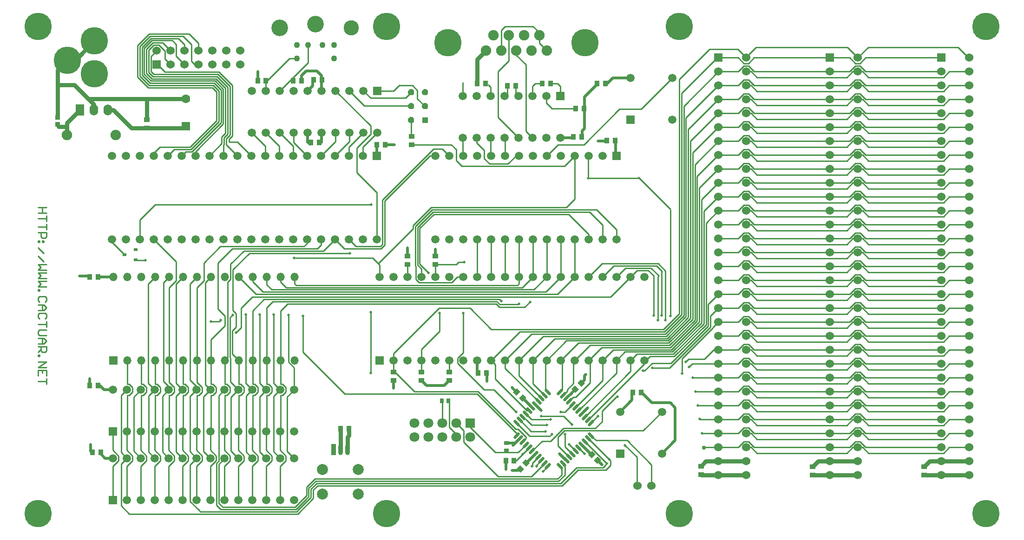
<source format=gtl>
G04 Layer_Physical_Order=1*
G04 Layer_Color=25308*
%FSAX24Y24*%
%MOIN*%
G70*
G01*
G75*
%ADD10R,0.0315X0.0374*%
%ADD11R,0.0374X0.0315*%
%ADD12R,0.0354X0.0335*%
%ADD13R,0.0350X0.0394*%
G04:AMPARAMS|DCode=14|XSize=39.4mil|YSize=35mil|CornerRadius=0mil|HoleSize=0mil|Usage=FLASHONLY|Rotation=225.000|XOffset=0mil|YOffset=0mil|HoleType=Round|Shape=Rectangle|*
%AMROTATEDRECTD14*
4,1,4,0.0015,0.0263,0.0263,0.0015,-0.0015,-0.0263,-0.0263,-0.0015,0.0015,0.0263,0.0*
%
%ADD14ROTATEDRECTD14*%

%ADD15R,0.0433X0.0354*%
%ADD16R,0.0354X0.0433*%
%ADD17R,0.0276X0.0236*%
G04:AMPARAMS|DCode=18|XSize=39.4mil|YSize=35mil|CornerRadius=0mil|HoleSize=0mil|Usage=FLASHONLY|Rotation=135.000|XOffset=0mil|YOffset=0mil|HoleType=Round|Shape=Rectangle|*
%AMROTATEDRECTD18*
4,1,4,0.0263,-0.0015,0.0015,-0.0263,-0.0263,0.0015,-0.0015,0.0263,0.0263,-0.0015,0.0*
%
%ADD18ROTATEDRECTD18*%

%ADD19R,0.0394X0.0350*%
G04:AMPARAMS|DCode=20|XSize=21.7mil|YSize=57.1mil|CornerRadius=0mil|HoleSize=0mil|Usage=FLASHONLY|Rotation=315.000|XOffset=0mil|YOffset=0mil|HoleType=Round|Shape=Round|*
%AMOVALD20*
21,1,0.0354,0.0217,0.0000,0.0000,45.0*
1,1,0.0217,-0.0125,-0.0125*
1,1,0.0217,0.0125,0.0125*
%
%ADD20OVALD20*%

G04:AMPARAMS|DCode=21|XSize=21.7mil|YSize=57.1mil|CornerRadius=0mil|HoleSize=0mil|Usage=FLASHONLY|Rotation=225.000|XOffset=0mil|YOffset=0mil|HoleType=Round|Shape=Round|*
%AMOVALD21*
21,1,0.0354,0.0217,0.0000,0.0000,315.0*
1,1,0.0217,-0.0125,0.0125*
1,1,0.0217,0.0125,-0.0125*
%
%ADD21OVALD21*%

%ADD22C,0.0100*%
%ADD23C,0.0200*%
%ADD24C,0.0300*%
%ADD25C,0.0600*%
%ADD26C,0.0433*%
%ADD27C,0.1191*%
%ADD28C,0.1190*%
%ADD29C,0.1091*%
%ADD30O,0.0600X0.0800*%
%ADD31R,0.0600X0.0800*%
%ADD32R,0.0591X0.0591*%
%ADD33C,0.0591*%
%ADD34R,0.0600X0.0600*%
%ADD35C,0.1969*%
%ADD36O,0.0344X0.0787*%
%ADD37R,0.0344X0.0787*%
%ADD38R,0.0433X0.0433*%
%ADD39P,0.0469X8X292.5*%
%ADD40C,0.0709*%
%ADD41R,0.0709X0.0709*%
%ADD42C,0.0787*%
%ADD43C,0.0748*%
%ADD44R,0.0600X0.0600*%
%ADD45C,0.0750*%
%ADD46R,0.0591X0.0591*%
%ADD47O,0.0591X0.0591*%
%ADD48C,0.0630*%
%ADD49R,0.0630X0.0630*%
%ADD50C,0.0200*%
%ADD51C,0.0300*%
D10*
X068954Y076100D02*
D03*
X069446D02*
D03*
D11*
X073600Y073066D02*
D03*
Y072534D02*
D03*
D12*
X041400Y096456D02*
D03*
Y095944D02*
D03*
D13*
X061700Y074100D02*
D03*
X062300D02*
D03*
X071550Y078100D02*
D03*
X072150D02*
D03*
X082650Y076700D02*
D03*
X083250D02*
D03*
X044300Y085000D02*
D03*
X043700D02*
D03*
X044300Y077200D02*
D03*
X043700D02*
D03*
X044500Y072400D02*
D03*
X043900D02*
D03*
X059750Y099150D02*
D03*
X060350D02*
D03*
X080800Y094800D02*
D03*
X081400D02*
D03*
X064900Y094500D02*
D03*
X064300D02*
D03*
X080100Y098900D02*
D03*
X080700D02*
D03*
X060150Y094650D02*
D03*
X059550D02*
D03*
X079000Y095050D02*
D03*
X078400D02*
D03*
X073670Y098710D02*
D03*
X074270D02*
D03*
X071500Y098900D02*
D03*
X072100D02*
D03*
X078567Y097095D02*
D03*
X079167D02*
D03*
X076167Y098895D02*
D03*
X076767D02*
D03*
D14*
X074762Y076288D02*
D03*
X074338Y076712D02*
D03*
X079718Y072232D02*
D03*
X080142Y071808D02*
D03*
D15*
X066500Y085905D02*
D03*
Y086495D02*
D03*
X069500Y078145D02*
D03*
Y077555D02*
D03*
X067500Y078145D02*
D03*
Y077555D02*
D03*
X065500Y078145D02*
D03*
Y077555D02*
D03*
X066800Y094505D02*
D03*
Y095095D02*
D03*
X068500Y085905D02*
D03*
Y086495D02*
D03*
D16*
X056345Y099100D02*
D03*
X055755D02*
D03*
X058305D02*
D03*
X058895D02*
D03*
X074145Y071800D02*
D03*
X073555D02*
D03*
D17*
X046206Y086600D02*
D03*
X046994Y086226D02*
D03*
Y086974D02*
D03*
D18*
X078538Y076938D02*
D03*
X078962Y077362D02*
D03*
X075012Y071612D02*
D03*
X074588Y071188D02*
D03*
D19*
X087550Y070800D02*
D03*
Y071400D02*
D03*
X095550Y070750D02*
D03*
Y071350D02*
D03*
X103550Y070750D02*
D03*
Y071350D02*
D03*
X047800Y096300D02*
D03*
Y095700D02*
D03*
D20*
X079673Y074495D02*
D03*
X079450Y074718D02*
D03*
X079227Y074941D02*
D03*
X079004Y075164D02*
D03*
X078782Y075386D02*
D03*
X078559Y075609D02*
D03*
X078336Y075832D02*
D03*
X078114Y076054D02*
D03*
X077891Y076277D02*
D03*
X077668Y076500D02*
D03*
X077445Y076723D02*
D03*
X074327Y073605D02*
D03*
X074550Y073382D02*
D03*
X074773Y073159D02*
D03*
X074996Y072936D02*
D03*
X075218Y072714D02*
D03*
X075441Y072491D02*
D03*
X075664Y072268D02*
D03*
X075886Y072046D02*
D03*
X076109Y071823D02*
D03*
X076332Y071600D02*
D03*
X076555Y071377D02*
D03*
D21*
Y076723D02*
D03*
X076332Y076500D02*
D03*
X076109Y076277D02*
D03*
X075886Y076054D02*
D03*
X075664Y075832D02*
D03*
X075441Y075609D02*
D03*
X075218Y075386D02*
D03*
X074996Y075164D02*
D03*
X074773Y074941D02*
D03*
X074550Y074718D02*
D03*
X074327Y074495D02*
D03*
X077445Y071377D02*
D03*
X077668Y071600D02*
D03*
X077891Y071823D02*
D03*
X078114Y072046D02*
D03*
X078336Y072268D02*
D03*
X078559Y072491D02*
D03*
X078782Y072714D02*
D03*
X079004Y072936D02*
D03*
X079227Y073159D02*
D03*
X079450Y073382D02*
D03*
X079673Y073605D02*
D03*
D22*
X087800Y079100D02*
X088450Y079750D01*
X086680Y079100D02*
X087800D01*
X086470Y078890D02*
X086680Y079100D01*
X086940Y078750D02*
X088800D01*
X086700Y078510D02*
X086940Y078750D01*
X086000Y082359D02*
Y099200D01*
X084881Y081240D02*
X086000Y082359D01*
X072510Y081240D02*
X084881D01*
X086160Y082292D02*
Y098186D01*
X084918Y081050D02*
X086160Y082292D01*
X086320Y082226D02*
Y097270D01*
X084984Y080890D02*
X086320Y082226D01*
X086480Y082160D02*
Y096430D01*
X085050Y080730D02*
X086480Y082160D01*
X086640Y082093D02*
Y095590D01*
X085117Y080570D02*
X086640Y082093D01*
X086800Y082027D02*
Y094750D01*
X085183Y080410D02*
X086800Y082027D01*
X086960Y081961D02*
Y093910D01*
X085249Y080250D02*
X086960Y081961D01*
X087120Y081895D02*
Y093070D01*
X085315Y080090D02*
X087120Y081895D01*
X087280Y081828D02*
Y092230D01*
X085382Y079930D02*
X087280Y081828D01*
X087440Y081762D02*
Y091390D01*
X085448Y079770D02*
X087440Y081762D01*
X087600Y081696D02*
Y090550D01*
X085514Y079610D02*
X087600Y081696D01*
X087760Y081630D02*
Y089710D01*
X085580Y079450D02*
X087760Y081630D01*
X087920Y081563D02*
Y088870D01*
X085647Y079290D02*
X087920Y081563D01*
X076150Y073200D02*
X076774D01*
X076100Y075000D02*
X077700D01*
X078300Y074400D01*
X077800Y072805D02*
Y073700D01*
Y072805D02*
X078336Y072268D01*
X077684Y074110D02*
X079960D01*
X076774Y073200D02*
X077684Y074110D01*
X077750Y073950D02*
X083400D01*
X077300Y073500D02*
X077750Y073950D01*
X077300Y072859D02*
Y073500D01*
Y072859D02*
X078114Y072046D01*
X079450Y074718D02*
X083500Y078768D01*
X079227Y074941D02*
X082500Y078214D01*
X078782Y075386D02*
X081500Y078105D01*
X075441Y072491D02*
X076150Y073200D01*
X072700Y076900D02*
X074300Y075300D01*
X074441Y074050D02*
X075000Y073491D01*
X074276Y074050D02*
X074441D01*
X071566Y076760D02*
X074276Y074050D01*
X071500Y076600D02*
X074411Y073689D01*
X074327Y074495D02*
X075273Y073550D01*
X074550Y074718D02*
X075368Y073900D01*
X075400Y074350D02*
X076500D01*
X075000Y074750D02*
X075400Y074350D01*
X072800Y077668D02*
X074961Y075507D01*
X075368Y073900D02*
X076400D01*
X075409Y074750D02*
X076750D01*
X074996Y075164D02*
X075409Y074750D01*
X072000Y076900D02*
X072700D01*
X070095Y078805D02*
X072000Y076900D01*
X070095Y078805D02*
Y079168D01*
X070500Y079573D01*
Y082400D01*
X058514Y084400D02*
X074388D01*
X057788Y084240D02*
X074740D01*
X056767Y084080D02*
X075580D01*
X056139Y083920D02*
X076420D01*
X055643Y083760D02*
X077260D01*
X055363Y083563D02*
X081063D01*
X056215Y083380D02*
X073116D01*
X056842Y083220D02*
X072908D01*
X057900Y083050D02*
X072852D01*
X071000Y082750D02*
X072510Y081240D01*
X068750Y082750D02*
X071000D01*
X068800Y081100D02*
Y082400D01*
X065500Y079500D02*
X068750Y082750D01*
X067500Y079800D02*
X068800Y081100D01*
X065500Y079000D02*
Y079500D01*
X073500Y078441D02*
X075886Y076054D01*
X073500Y078441D02*
Y079000D01*
X072800Y077668D02*
Y078700D01*
X075500Y077332D02*
Y079000D01*
Y077332D02*
X076332Y076500D01*
X082250Y073250D02*
X084000Y071500D01*
Y070000D02*
Y071500D01*
X082950Y070300D02*
X083000Y070000D01*
X082950Y070300D02*
Y072050D01*
X082100Y072900D02*
X082950Y072050D01*
X080027Y073250D02*
X082250D01*
X078730Y071130D02*
X080730D01*
X081060Y071460D02*
Y071790D01*
X080730Y071130D02*
X081060Y071460D01*
X080660Y071413D02*
Y071436D01*
X080537Y071290D02*
X080660Y071413D01*
X080514Y071290D02*
X080537D01*
X078640D02*
X080514D01*
X077600Y070000D02*
X078730Y071130D01*
X060050Y070000D02*
X077600D01*
X080660Y071436D02*
X080800Y071576D01*
X077510Y070160D02*
X078640Y071290D01*
X059984Y070160D02*
X077510D01*
X080800Y071576D02*
Y071586D01*
X079227Y073159D02*
X080800Y071586D01*
X078782Y072714D02*
X079195Y072300D01*
X080955Y071895D02*
X081060Y071790D01*
X079673Y073605D02*
X080027Y073250D01*
X079468Y073382D02*
X080955Y071895D01*
X079450Y073382D02*
X079468D01*
X079468Y073382D02*
X079468Y073382D01*
X085286Y078450D02*
X088240Y081404D01*
X083970Y085630D02*
X084520Y085080D01*
X084050Y078450D02*
X085286D01*
X084450Y081900D02*
Y085010D01*
X084520Y085080D01*
X085350Y082200D02*
Y089800D01*
X070000Y073500D02*
Y073700D01*
X069500Y074200D02*
X070000Y073700D01*
X069500Y074200D02*
Y076046D01*
X069446Y076100D02*
X069500Y076046D01*
X069000Y074500D02*
Y076054D01*
X066990Y076760D02*
X071566D01*
X074327Y073605D02*
X074411Y073689D01*
X062000Y076600D02*
X071500D01*
X065605Y078145D02*
X066990Y076760D01*
X059000Y079600D02*
X062000Y076600D01*
X070536Y073114D02*
Y073964D01*
X070000Y074500D02*
X070536Y073964D01*
X069000Y074500D02*
X069100D01*
X062341Y098361D02*
X063400Y097302D01*
X066698D01*
X066350Y097850D02*
X066750Y098250D01*
X063852Y097850D02*
X066350D01*
X067200Y097800D02*
X067750Y097250D01*
X067200Y097800D02*
Y098400D01*
X066850Y098750D02*
X067200Y098400D01*
X065900Y098750D02*
X066850D01*
X065511Y098361D02*
X065900Y098750D01*
X069645Y094505D02*
X070000Y094150D01*
X066800Y094505D02*
X069645D01*
X066750Y095145D02*
X066800Y095095D01*
X066750Y095145D02*
Y096250D01*
X059000Y079600D02*
Y082200D01*
X084740Y082220D02*
Y085390D01*
X084160Y082220D02*
Y085090D01*
X085010Y081970D02*
Y085440D01*
X083780Y085470D02*
X084160Y085090D01*
X084740Y085390D02*
X084750Y085400D01*
X084360Y085790D02*
X084750Y085400D01*
X084500Y085950D02*
X085010Y085440D01*
X085350Y089800D02*
X085350Y089800D01*
X090200Y101350D02*
X090800Y100750D01*
X088150Y101350D02*
X090200D01*
X071000Y074200D02*
X072810Y072390D01*
X074449D01*
X059250Y069879D02*
X059851Y070480D01*
X059410Y069813D02*
X059917Y070320D01*
X059410Y069213D02*
Y069813D01*
X059194Y068997D02*
X059410Y069213D01*
X059194Y068997D02*
X059194D01*
X058490Y068293D02*
Y068293D01*
X058487Y068290D02*
X058490Y068293D01*
X053110Y068290D02*
X058487D01*
X058490Y068293D02*
X059194Y068997D01*
X058421Y068450D02*
X059250Y069279D01*
X053250Y068450D02*
X058421D01*
X059250Y069279D02*
Y069879D01*
X052805Y068595D02*
X053110Y068290D01*
X052965Y068735D02*
X053250Y068450D01*
X053370Y071947D02*
Y071972D01*
X052965Y071541D02*
X053370Y071947D01*
X052965Y068735D02*
Y071541D01*
X052805Y068595D02*
Y071608D01*
X052775Y071805D02*
Y072140D01*
X052370Y071399D02*
X052775Y071805D01*
X052805Y071608D02*
X052950Y071753D01*
Y076474D01*
X053370Y068972D02*
Y071399D01*
X052950Y076474D02*
X053370Y076894D01*
X077789Y070763D02*
Y071343D01*
X077550Y070750D02*
Y071273D01*
X077445Y071377D02*
X077550Y071273D01*
X077668Y071463D02*
X077789Y071343D01*
X054370Y071399D02*
X054775Y071805D01*
X054370Y068972D02*
Y071399D01*
X053775Y071805D02*
Y072140D01*
X053370Y071399D02*
X053775Y071805D01*
X056890Y072453D02*
Y076413D01*
Y072453D02*
X057370Y071972D01*
X055906Y072437D02*
Y076378D01*
Y072437D02*
X056370Y071972D01*
X054775Y071805D02*
Y072140D01*
X054921Y072421D02*
Y076445D01*
Y072421D02*
X055370Y071972D01*
X052370Y068972D02*
Y071399D01*
X077668Y071463D02*
Y071600D01*
X064300Y094535D02*
X064315Y094550D01*
X071500Y079000D02*
X071515Y078985D01*
X044185Y085050D02*
X044237Y084997D01*
X072467Y093733D02*
Y094995D01*
Y093733D02*
X072500Y093700D01*
X070467Y093733D02*
Y094995D01*
Y093733D02*
X070500Y093700D01*
X074300D02*
X074500D01*
X073710Y093110D02*
X074300Y093700D01*
X072390Y093110D02*
X073710D01*
X072000Y093500D02*
X072390Y093110D01*
X072000Y093500D02*
Y094100D01*
X071467Y094633D02*
X072000Y094100D01*
X071467Y094633D02*
Y094995D01*
X073467D02*
X073500Y094962D01*
Y093700D02*
Y094962D01*
X077805Y075300D02*
X078336Y075832D01*
X077500Y075300D02*
X077805D01*
X079673Y074523D02*
X080150Y075000D01*
X079673Y074495D02*
Y074523D01*
X074449Y072390D02*
X074996Y072936D01*
X066500Y085000D02*
Y085755D01*
X058300Y087700D02*
Y087900D01*
X058360Y086350D02*
X064000D01*
X064500Y085000D02*
Y085850D01*
X064000Y086350D02*
X064400Y085950D01*
X066900Y088450D01*
Y088700D01*
X068200Y090000D01*
X077900D01*
X078500Y090600D01*
Y093600D01*
X078100Y072950D02*
X078559Y072491D01*
X061200Y072472D02*
Y072600D01*
X077750Y092950D02*
X078500Y093700D01*
X070400Y092950D02*
X077750D01*
X070000Y093350D02*
X070400Y092950D01*
X070000Y093350D02*
Y094150D01*
X081500Y087600D02*
Y087700D01*
Y088400D01*
X080080Y089820D02*
X081500Y088400D01*
X068267Y089820D02*
X080080D01*
X067060Y088613D02*
X068267Y089820D01*
X067060Y085787D02*
Y088613D01*
Y085787D02*
X067100Y085747D01*
Y085178D02*
Y085747D01*
X067095Y085173D02*
X067100Y085178D01*
X067095Y084832D02*
Y085173D01*
Y084832D02*
X067332Y084595D01*
X069668D01*
X070073Y085000D01*
X070500D01*
X083400Y073950D02*
X084750Y075300D01*
X080500Y087600D02*
Y087700D01*
Y088726D01*
X079566Y089660D02*
X080500Y088726D01*
X068334Y089660D02*
X079566D01*
X067220Y088546D02*
X068334Y089660D01*
X067220Y085854D02*
Y088546D01*
Y085854D02*
X067500Y085574D01*
Y085000D02*
Y085574D01*
X084750Y075300D02*
X084850Y075400D01*
X056300Y093700D02*
Y094402D01*
X055341Y095361D02*
X056300Y094402D01*
X057300Y093700D02*
Y094402D01*
X056341Y095361D02*
X057300Y094402D01*
X058300Y093700D02*
Y094402D01*
X057341Y095361D02*
X058300Y094402D01*
X058341Y094659D02*
X059300Y093700D01*
X058341Y094659D02*
Y095361D01*
X061341Y094741D02*
Y095361D01*
X060300Y093700D02*
X061341Y094741D01*
X062341D02*
Y095361D01*
X061300Y093700D02*
X062341Y094741D01*
X062300Y094320D02*
X063341Y095361D01*
X062300Y093700D02*
Y094320D01*
X063300D02*
X064341Y095361D01*
X063300Y093700D02*
Y094320D01*
X061341Y098361D02*
X063850Y095852D01*
Y095250D02*
Y095852D01*
X062850Y094250D02*
X063850Y095250D01*
X062850Y092500D02*
Y094250D01*
Y092500D02*
X064300Y091050D01*
Y087700D02*
Y091050D01*
X045300Y087506D02*
Y087700D01*
Y087506D02*
X046206Y086600D01*
X077467Y097995D02*
Y098695D01*
X077267Y098895D02*
X077467Y098695D01*
X076802Y098895D02*
X077267D01*
X075667D02*
X076132D01*
X075467Y098695D02*
X075667Y098895D01*
X075467Y097995D02*
Y098695D01*
X076867Y097095D02*
X078532D01*
X076467Y097495D02*
X076867Y097095D01*
X076467Y097495D02*
Y097995D01*
X069500Y078300D02*
Y079000D01*
X059378Y100398D02*
Y101674D01*
X064341Y098361D02*
X065511D01*
X063341D02*
X063852Y097850D01*
X058039Y100689D02*
X058561D01*
X056341Y098361D02*
Y098991D01*
X047020Y086200D02*
X047700D01*
X046994Y086226D02*
X047020Y086200D01*
X079500Y087700D02*
Y088050D01*
X078050Y089500D02*
X079500Y088050D01*
X068400Y089500D02*
X078050D01*
X067380Y088480D02*
X068400Y089500D01*
X067380Y085920D02*
Y088480D01*
Y085920D02*
X068000Y085300D01*
X067500Y079000D02*
Y079800D01*
Y078145D02*
Y079000D01*
X047300Y087700D02*
Y089100D01*
X048400Y090200D02*
X063900D01*
X079450Y092100D02*
X083050D01*
Y092150D02*
X085350Y089850D01*
X047300Y089100D02*
X048400Y090200D01*
X079450Y092100D02*
Y093450D01*
X079960Y074110D02*
X080450Y074600D01*
Y075350D01*
X081550Y076450D01*
X077260Y083760D02*
X078500Y085000D01*
X054406Y084997D02*
X055643Y083760D01*
X078500Y085000D02*
Y087600D01*
X053780Y082080D02*
X053950Y082250D01*
X053780Y079196D02*
Y082080D01*
Y079196D02*
X053811Y079165D01*
Y078829D02*
Y079165D01*
X053800Y078819D02*
X053811Y078829D01*
X053800Y077464D02*
Y078819D01*
Y077464D02*
X054370Y076894D01*
X053839Y072504D02*
X054370Y071972D01*
X053839Y072504D02*
Y076362D01*
X054370Y076894D01*
X077500Y085000D02*
Y087600D01*
X076420Y083920D02*
X077500Y085000D01*
X055406Y084654D02*
X056139Y083920D01*
X055406Y084654D02*
Y084997D01*
X054921Y076445D02*
X055370Y076894D01*
X054900Y077364D02*
Y082300D01*
Y077364D02*
X055370Y076894D01*
X076500Y085000D02*
Y087600D01*
X075580Y084080D02*
X076500Y085000D01*
X056406Y084441D02*
X056767Y084080D01*
X056406Y084441D02*
Y084997D01*
X055900Y077364D02*
Y082300D01*
Y077364D02*
X056370Y076894D01*
X055906Y076378D02*
X056370Y076843D01*
Y076894D01*
X075500Y085000D02*
Y087600D01*
X074740Y084240D02*
X075500Y085000D01*
X057406Y084622D02*
X057788Y084240D01*
X057406Y084622D02*
Y084997D01*
X056900Y077364D02*
Y082300D01*
Y077364D02*
X057370Y076894D01*
X056890Y076413D02*
X057370Y076894D01*
X074500Y085000D02*
Y087600D01*
Y084512D02*
Y085000D01*
X074388Y084400D02*
X074500Y084512D01*
X058406Y084508D02*
X058514Y084400D01*
X058406Y084508D02*
Y084997D01*
X057950Y078880D02*
Y082250D01*
Y078880D02*
X058370Y078460D01*
X057874Y076378D02*
X058370Y076874D01*
X057874Y072469D02*
Y076378D01*
Y072469D02*
X058370Y071972D01*
X073500Y085000D02*
Y087600D01*
X072500Y085000D02*
Y087600D01*
X071500Y085000D02*
Y087600D01*
X083250Y097050D02*
X085500Y099300D01*
X081700Y097050D02*
X083250D01*
X079150Y094500D02*
X081700Y097050D01*
X077300Y094500D02*
X079150D01*
X076500Y093700D02*
X077300Y094500D01*
X049000Y084592D02*
X049406Y084997D01*
X049000Y077500D02*
Y084592D01*
Y077500D02*
X049370Y077130D01*
Y076894D02*
Y077130D01*
X048917Y076441D02*
X049370Y076894D01*
X048917Y072425D02*
Y076441D01*
Y072425D02*
X049370Y071972D01*
X047900Y084492D02*
X048406Y084997D01*
X047900Y077364D02*
Y084492D01*
Y077364D02*
X048370Y076894D01*
X047933Y076457D02*
X048370Y076894D01*
X047933Y072409D02*
Y076457D01*
Y072409D02*
X048370Y071972D01*
X047406Y077299D02*
Y078997D01*
Y077299D02*
X047538D01*
X047775Y077062D01*
Y076726D02*
Y077062D01*
X047538Y076488D02*
X047775Y076726D01*
X047406Y076488D02*
X047538D01*
X047406Y073929D02*
Y076488D01*
X047370Y073894D02*
X047406Y073929D01*
X047370Y072546D02*
Y073894D01*
Y072546D02*
X047775Y072140D01*
Y071805D02*
Y072140D01*
X047370Y071399D02*
X047775Y071805D01*
X047370Y068972D02*
Y071399D01*
X048406Y077299D02*
Y078997D01*
Y077299D02*
X048538D01*
X048775Y077062D01*
Y076726D02*
Y077062D01*
X048538Y076488D02*
X048775Y076726D01*
X048406Y076488D02*
X048538D01*
X048406Y073929D02*
Y076488D01*
X048370Y073894D02*
X048406Y073929D01*
X048370Y072546D02*
Y073894D01*
Y072546D02*
X048775Y072140D01*
Y071805D02*
Y072140D01*
X048370Y071399D02*
X048775Y071805D01*
X048370Y068972D02*
Y071399D01*
X049370Y068972D02*
Y071399D01*
X049775Y071805D01*
Y072140D01*
X049370Y072546D02*
X049775Y072140D01*
X049370Y072546D02*
Y073894D01*
X049406Y076488D02*
X049538D01*
X049775Y076726D01*
Y077062D01*
X049406Y077431D02*
X049775Y077062D01*
X048300Y087700D02*
X049900Y086100D01*
X050370Y068972D02*
Y071399D01*
X050775Y071805D01*
Y072140D01*
X050370Y072546D02*
X050775Y072140D01*
X050370Y072546D02*
Y073894D01*
X050406Y076488D02*
X050538D01*
X050775Y076726D01*
Y077062D01*
X050538Y077299D02*
X050775Y077062D01*
X050406Y077299D02*
X050538D01*
X050406D02*
Y078997D01*
X051370Y068972D02*
Y071399D01*
X051775Y071805D01*
Y072140D01*
X051370Y072546D02*
X051775Y072140D01*
X051370Y072546D02*
Y073894D01*
X051406Y076488D02*
X051538D01*
X051775Y076726D01*
Y077062D01*
X051406Y077431D02*
X051775Y077062D01*
X059300Y087400D02*
Y087700D01*
X059080Y087180D02*
X059300Y087400D01*
X053080Y087180D02*
X059080D01*
X051900Y086000D02*
X053080Y087180D01*
X052370Y072546D02*
Y073894D01*
Y072546D02*
X052775Y072140D01*
X052406Y076488D02*
X052538D01*
X052775Y076726D01*
Y077062D01*
X052538Y077299D02*
X052775Y077062D01*
X052406Y077299D02*
X052538D01*
X060300Y087300D02*
Y087700D01*
X060020Y087020D02*
X060300Y087300D01*
X053920Y087020D02*
X060020D01*
X052900Y086000D02*
X053920Y087020D01*
X052900Y082700D02*
Y086000D01*
Y082700D02*
X053400Y082200D01*
Y081500D02*
Y082200D01*
X052406Y080506D02*
X053400Y081500D01*
X052406Y077299D02*
Y080506D01*
X079500Y085000D02*
X080450Y085950D01*
X084500D01*
X075273Y073550D02*
X076700D01*
X076850Y073700D01*
X080500Y085000D02*
X081290Y085790D01*
X084360D01*
X046850Y076374D02*
X047370Y076894D01*
X046850Y072492D02*
Y076374D01*
Y072492D02*
X047370Y071972D01*
X081500Y085000D02*
X082130Y085630D01*
X083970D01*
X045370Y072546D02*
Y073894D01*
Y072546D02*
X045775Y072140D01*
Y071805D02*
Y072140D01*
X045370Y071399D02*
X045775Y071805D01*
X045370Y068972D02*
Y071399D01*
X082500Y085000D02*
X082970Y085470D01*
X083780D01*
X081063Y083563D02*
X082500Y085000D01*
X054550Y082750D02*
X055363Y083563D01*
X054550Y081350D02*
Y082750D01*
X054200Y081000D02*
X054550Y081350D01*
X046406Y077299D02*
Y078997D01*
Y077299D02*
X046538D01*
X046775Y077062D01*
Y076726D02*
Y077062D01*
X046538Y076488D02*
X046775Y076726D01*
X046406Y076488D02*
X046538D01*
X046406Y073929D02*
Y076488D01*
X046370Y073894D02*
X046406Y073929D01*
X046370Y072546D02*
Y073894D01*
Y072546D02*
X046775Y072140D01*
Y071805D02*
Y072140D01*
X046370Y071399D02*
X046775Y071805D01*
X046370Y068972D02*
Y071399D01*
X053000Y081800D02*
X053100Y081900D01*
X052400Y081800D02*
X053000D01*
X049900Y077364D02*
X050370Y076894D01*
X049902Y072441D02*
X050370Y071972D01*
X049902Y072441D02*
Y076425D01*
X050370Y076894D01*
X052000Y077264D02*
X052370Y076894D01*
X051870Y076394D02*
X052370Y076894D01*
X051870Y072472D02*
Y076394D01*
Y072472D02*
X052370Y071972D01*
X068100Y093700D02*
X068500D01*
X064850Y090450D02*
X068100Y093700D01*
X064850Y087949D02*
Y090450D01*
Y087949D02*
X064865Y087934D01*
Y087289D02*
Y087934D01*
X064616Y087040D02*
X064865Y087289D01*
X061960Y087040D02*
X064616D01*
X061300Y087700D02*
X061960Y087040D01*
X060460Y086860D02*
X061300Y087700D01*
X054760Y086860D02*
X060460D01*
X053811Y085911D02*
X054760Y086860D01*
X053811Y084829D02*
Y085911D01*
X053600Y084619D02*
X053811Y084829D01*
X053600Y079192D02*
Y084619D01*
X053406Y078997D02*
X053600Y079192D01*
X053406Y077299D02*
Y078997D01*
Y077299D02*
X053538D01*
X053775Y077062D01*
Y076726D02*
Y077062D01*
X053538Y076488D02*
X053775Y076726D01*
X053406Y076488D02*
X053538D01*
X053370Y072546D02*
Y073894D01*
Y072546D02*
X053775Y072140D01*
X054406Y077299D02*
Y078997D01*
Y077299D02*
X054538D01*
X054775Y077062D01*
Y076726D02*
Y077062D01*
X054538Y076488D02*
X054775Y076726D01*
X054406Y076488D02*
X054538D01*
X053940Y079463D02*
X054406Y078997D01*
X053940Y079463D02*
Y081108D01*
X054210Y081378D01*
Y082358D01*
X053971Y082597D02*
X054210Y082358D01*
X053971Y082597D02*
Y085521D01*
X055150Y086700D01*
X062350D01*
X069000Y094200D02*
X069500Y093700D01*
X068350Y094200D02*
X069000D01*
X064690Y090540D02*
X068350Y094200D01*
X064690Y087883D02*
Y090540D01*
Y087883D02*
X064705Y087868D01*
Y087355D02*
Y087868D01*
X064550Y087200D02*
X064705Y087355D01*
X062800Y087200D02*
X064550D01*
X062300Y087700D02*
X062800Y087200D01*
X054370Y072546D02*
X054775Y072140D01*
X054370Y072546D02*
Y073894D01*
X059341Y094674D02*
X059515Y094500D01*
X064400Y085950D02*
X064500Y085850D01*
X057341Y098361D02*
X058192Y099212D01*
X059378Y100398D01*
X056341Y098991D02*
X058039Y100689D01*
X079350Y093550D02*
X079450Y093450D01*
X065500Y078145D02*
X065550D01*
X065605D01*
X065500Y078195D02*
Y079000D01*
X074773Y073159D02*
X075000Y073386D01*
Y073491D01*
X065500Y078195D02*
X065550Y078145D01*
X063850Y078100D02*
Y082450D01*
X074270Y098192D02*
X074467Y097995D01*
X074270Y098192D02*
Y098710D01*
X073467Y097995D02*
X073670Y098198D01*
Y098710D01*
X088800Y086750D02*
X090220D01*
X090630Y087160D01*
X088800Y085750D02*
X090220D01*
X090630Y086160D01*
X088800Y084750D02*
X090220D01*
X090630Y085160D01*
X088800Y083750D02*
X090220D01*
X090630Y084160D01*
X088800Y082750D02*
X090220D01*
X090630Y083160D01*
X088800Y081750D02*
X090220D01*
X090630Y082160D01*
X088800Y080750D02*
X090220D01*
X090630Y081160D01*
X088800Y079750D02*
X090220D01*
X090630Y080160D01*
X088800Y078750D02*
X090220D01*
X090630Y079160D01*
X088800Y077750D02*
X090220D01*
X090630Y078160D01*
X088800Y076750D02*
X090220D01*
X090630Y077160D01*
X088800Y075750D02*
X090220D01*
X090630Y076160D01*
X088800Y074750D02*
X090220D01*
X090630Y075160D01*
X088800Y073750D02*
X090220D01*
X090630Y074160D01*
X088800Y072750D02*
X090220D01*
X090630Y073160D01*
X088800Y087750D02*
X090220D01*
X090630Y088160D01*
X088800Y088750D02*
X090220D01*
X090630Y089160D01*
X088800Y089750D02*
X090220D01*
X090630Y090160D01*
X088800Y090750D02*
X090220D01*
X090630Y091160D01*
X088800Y091750D02*
X090220D01*
X090630Y092160D01*
X088800Y092750D02*
X090220D01*
X090630Y093160D01*
X088800Y093750D02*
X090220D01*
X090630Y094160D01*
X088800Y094750D02*
X090220D01*
X090630Y095160D01*
X088800Y096750D02*
X090220D01*
X090630Y097160D01*
X088800Y097750D02*
X090220D01*
X090630Y098160D01*
X088800Y099750D02*
X090220D01*
X090630Y100160D01*
X088800Y100750D02*
X090220D01*
X090630Y100340D01*
X098220Y086750D02*
X098630Y087160D01*
X098220Y085750D02*
X098630Y086160D01*
X096800Y084750D02*
X098220D01*
X098630Y085160D01*
X096800Y083750D02*
X098220D01*
X098630Y084160D01*
X096800Y082750D02*
X098220D01*
X098630Y083160D01*
X096800Y081750D02*
X098220D01*
X098630Y082160D01*
X096800Y080750D02*
X098220D01*
X098630Y081160D01*
X096800Y079750D02*
X098220D01*
X098630Y080160D01*
X096800Y078750D02*
X098220D01*
X098630Y079160D01*
X098220Y077750D02*
X098630Y078160D01*
X096800Y076750D02*
X098220D01*
X098630Y077160D01*
X098220Y075750D02*
X098630Y076160D01*
X098220Y074750D02*
X098630Y075160D01*
X098220Y073750D02*
X098630Y074160D01*
X096800Y072750D02*
X098220D01*
X098630Y073160D01*
X096800Y087750D02*
X098220D01*
X098630Y088160D01*
X096800Y088750D02*
X098220D01*
X098630Y089160D01*
X096800Y089750D02*
X098220D01*
X098630Y090160D01*
X096800Y090750D02*
X098220D01*
X098630Y091160D01*
X096800Y091750D02*
X098220D01*
X098630Y092160D01*
X096800Y092750D02*
X098220D01*
X098630Y093160D01*
X096800Y093750D02*
X098220D01*
X098630Y094160D01*
X096800Y094750D02*
X098220D01*
X098630Y095160D01*
X096800Y095750D02*
X098220D01*
X098630Y096160D01*
X096800Y096750D02*
X098220D01*
X098630Y097160D01*
X096800Y097750D02*
X098220D01*
X098630Y098160D01*
X096800Y098750D02*
X098220D01*
X098630Y099160D01*
X096800Y099750D02*
X098220D01*
X098630Y100160D01*
X083400Y078250D02*
X083500D01*
X084050Y078800D01*
X085409D01*
X088240Y082190D02*
X088800Y082750D01*
X068500Y085000D02*
Y085805D01*
Y085905D02*
X070005D01*
X070150Y086050D02*
X070550D01*
X070005Y085905D02*
X070150Y086050D01*
X055370Y068972D02*
Y071399D01*
Y072546D02*
Y073894D01*
X055406Y076488D02*
X055538D01*
X055370Y071399D02*
X055775Y071805D01*
Y072140D01*
X055370Y072546D02*
X055775Y072140D01*
X055538Y076488D02*
X055775Y076726D01*
Y077062D01*
X055406Y077299D02*
X055538D01*
X055775Y077062D01*
X055406Y077299D02*
Y082571D01*
X056215Y083380D01*
X088450Y079750D02*
X088800D01*
X073116Y083380D02*
X073228Y083268D01*
X056370Y068972D02*
Y071399D01*
Y072546D02*
Y073894D01*
X056406Y076488D02*
X056538D01*
X056370Y071399D02*
X056775Y071805D01*
Y072140D01*
X056370Y072546D02*
X056775Y072140D01*
X056538Y076488D02*
X056775Y076726D01*
Y077062D01*
X056406Y077299D02*
Y082783D01*
Y077299D02*
X056538D01*
X056775Y077062D01*
X056406Y082783D02*
X056842Y083220D01*
X072908D02*
X073121Y083008D01*
X074445D01*
X074508Y083071D01*
X057370Y068972D02*
Y071399D01*
Y072546D02*
Y073894D01*
X057406Y076488D02*
X057538D01*
X057370Y071399D02*
X057775Y071805D01*
Y072140D01*
X057370Y072546D02*
X057775Y072140D01*
X057538Y076488D02*
X057775Y076726D01*
Y077062D01*
X057538Y077299D02*
X057775Y077062D01*
X057406Y077299D02*
Y082556D01*
Y077299D02*
X057538D01*
X073091Y082811D02*
X074911D01*
X057406Y082556D02*
X057900Y083050D01*
X072852D02*
X073091Y082811D01*
X086950Y077750D02*
X088800D01*
X074911Y082811D02*
X075300Y083200D01*
X087150Y076750D02*
X088800D01*
X087340Y075750D02*
X088800D01*
X087510Y074750D02*
X088800D01*
X087650Y073750D02*
X088800D01*
X087850Y072750D02*
X088800D01*
X083600Y079000D02*
X083890Y079290D01*
X083500Y079000D02*
X083600D01*
X083890Y079290D02*
X085647D01*
X082500Y078214D02*
Y079000D01*
X082950Y079450D01*
X085580D01*
X081500Y078105D02*
Y079000D01*
X082110Y079610D01*
X085514D01*
X078559Y075609D02*
X080500Y077550D01*
Y079000D01*
X081270Y079770D01*
X085448D01*
X078114Y076054D02*
X078409Y076350D01*
X078550D01*
X079600Y077400D01*
Y078900D01*
X079500Y079000D02*
X079600Y078900D01*
X079500Y079000D02*
X080430Y079930D01*
X085382D01*
X077668Y076500D02*
X077950Y076782D01*
Y076900D01*
X078400Y077350D01*
Y078900D01*
X078500Y079000D01*
X079590Y080090D01*
X085315D01*
X077445Y076723D02*
X077600Y076877D01*
Y078900D01*
X077500Y079000D02*
X077600Y078900D01*
X077500Y079000D02*
X078750Y080250D01*
X085249D01*
X076400Y076877D02*
X076555Y076723D01*
X076400Y076877D02*
Y078900D01*
X076500Y079000D01*
X077910Y080410D01*
X085183D01*
X075500Y079000D02*
X077070Y080570D01*
X085117D01*
X074500Y077886D02*
Y079000D01*
Y077886D02*
X076109Y076277D01*
X074500Y079000D02*
X076230Y080730D01*
X085050D01*
X073500Y079000D02*
X075390Y080890D01*
X084984D01*
X072500Y079000D02*
X072800Y078700D01*
X072500Y079000D02*
X074550Y081050D01*
X084918D01*
X075082Y075386D02*
X075218D01*
X074961Y075507D02*
X075082Y075386D01*
X088724Y100750D02*
X088800D01*
X096800Y086750D02*
X098220D01*
X104800D02*
X105000D01*
X096800Y085750D02*
X098220D01*
X055406Y073800D02*
Y076488D01*
X056406Y073800D02*
Y076488D01*
X096800Y077750D02*
X098220D01*
X057406Y073800D02*
Y076488D01*
X058370Y076874D02*
Y078460D01*
X096800Y075750D02*
X098220D01*
X096800Y074750D02*
X098220D01*
X096800Y073750D02*
X098220D01*
X049406Y073800D02*
Y076488D01*
X050406Y073800D02*
Y076488D01*
X051406Y073800D02*
Y076488D01*
X052406Y073800D02*
Y076488D01*
X053406Y073800D02*
Y076488D01*
X054406Y073800D02*
Y076488D01*
X090630Y100160D02*
X090970D01*
X091380Y099750D01*
X096800D01*
X090630Y097160D02*
X090970D01*
X091380Y096750D01*
X096800D01*
X090630Y096160D02*
X090970D01*
X091380Y095750D01*
X096800D01*
X090630Y095160D02*
X090970D01*
X091380Y094750D01*
X096800D01*
X090630Y094160D02*
X090970D01*
X091380Y093750D01*
X096800D01*
X090630Y093160D02*
X090970D01*
X091380Y092750D01*
X096800D01*
X090630Y092160D02*
X090970D01*
X091380Y091750D01*
X096800D01*
X090630Y091160D02*
X090970D01*
X091380Y090750D01*
X096800D01*
X090630Y090160D02*
X090970D01*
X091380Y089750D01*
X096800D01*
X090630Y089160D02*
X090970D01*
X091380Y088750D01*
X096800D01*
X090630Y088160D02*
X090970D01*
X091380Y087750D01*
X096800D01*
X090630Y087160D02*
X090970D01*
X091380Y086750D01*
X096800D01*
X090630Y073160D02*
X090970D01*
X091380Y072750D01*
X096800D01*
X090630Y074160D02*
X090970D01*
X091380Y073750D01*
X096800D01*
X090630Y075160D02*
X090970D01*
X091380Y074750D01*
X096800D01*
X090630Y076160D02*
X090970D01*
X091380Y075750D01*
X096800D01*
X090630Y077160D02*
X090970D01*
X091380Y076750D01*
X096800D01*
X090630Y078160D02*
X090970D01*
X091380Y077750D01*
X096800D01*
X090630Y079160D02*
X090970D01*
X091380Y078750D01*
X096800D01*
X090630Y080160D02*
X090970D01*
X091380Y079750D01*
X096800D01*
X090630Y081160D02*
X090970D01*
X091380Y080750D01*
X096800D01*
X090630Y082160D02*
X090970D01*
X091380Y081750D01*
X096800D01*
X090630Y083160D02*
X090970D01*
X091380Y082750D01*
X096800D01*
X090630Y084160D02*
X090970D01*
X091380Y083750D01*
X096800D01*
X090630Y085160D02*
X090970D01*
X091380Y084750D01*
X096800D01*
X090630Y086160D02*
X090970D01*
X091380Y085750D01*
X096800D01*
X090800D02*
X091154D01*
X091564Y085340D01*
X098036D01*
X098446Y085750D01*
X090800Y084750D02*
X091154D01*
X091564Y084340D01*
X098036D01*
X098446Y084750D01*
X090800Y083750D02*
X091154D01*
X091564Y083340D01*
X098036D01*
X098446Y083750D01*
X090800Y082750D02*
X091154D01*
X091564Y082340D01*
X098036D01*
X098446Y082750D01*
X090800Y081750D02*
X091154D01*
X091564Y081340D01*
X098036D01*
X098446Y081750D01*
X090800Y080750D02*
X091154D01*
X091564Y080340D01*
X098036D01*
X098446Y080750D01*
X090800Y079750D02*
X091154D01*
X091564Y079340D01*
X098036D01*
X098446Y079750D01*
X090800Y078750D02*
X091154D01*
X091564Y078340D01*
X098036D01*
X098446Y078750D01*
X090800Y077750D02*
X091154D01*
X091564Y077340D01*
X098036D01*
X098446Y077750D01*
X090800Y076750D02*
X091154D01*
X091564Y076340D01*
X098036D01*
X098446Y076750D01*
X090800Y075750D02*
X091154D01*
X091564Y075340D01*
X098036D01*
X098446Y075750D01*
X090800Y074750D02*
X091154D01*
X091564Y074340D01*
X098036D01*
X098446Y074750D01*
X090800Y073750D02*
X091154D01*
X091564Y073340D01*
X098036D01*
X098446Y073750D01*
X090800Y072750D02*
X091154D01*
X091564Y072340D01*
X098036D01*
X098446Y072750D01*
X090800Y086750D02*
X091154D01*
X091564Y086340D01*
X098036D01*
X098446Y086750D01*
X090800Y087750D02*
X091154D01*
X091564Y087340D01*
X098036D01*
X098446Y087750D01*
X090800Y088750D02*
X091154D01*
X091564Y088340D01*
X098036D01*
X098446Y088750D01*
X090800Y089750D02*
X091154D01*
X091564Y089340D01*
X098036D01*
X098446Y089750D01*
X090800Y090750D02*
X091154D01*
X091564Y090340D01*
X098036D01*
X098446Y090750D01*
X090800Y091750D02*
X091154D01*
X091564Y091340D01*
X098036D01*
X098446Y091750D01*
X090800Y092750D02*
X091154D01*
X091564Y092340D01*
X098036D01*
X098446Y092750D01*
X090800Y093750D02*
X091154D01*
X091564Y093340D01*
X098036D01*
X098446Y093750D01*
X090800Y094750D02*
X091154D01*
X091564Y094340D01*
X098036D01*
X098446Y094750D01*
X090800Y095750D02*
X091154D01*
X091564Y095340D01*
X098036D01*
X098446Y095750D01*
X090800Y096750D02*
X091154D01*
X091564Y096340D01*
X098036D01*
X098446Y096750D01*
X091564Y097340D02*
X098036D01*
X098446Y097750D01*
X090800Y098750D02*
X091154D01*
X091564Y098340D01*
X098036D01*
X098446Y098750D01*
X090800Y099750D02*
X091154D01*
X091564Y099340D01*
X098036D01*
X098446Y099750D01*
X098630Y100160D02*
X098970D01*
X099380Y099750D01*
X104500D01*
X098630Y099160D02*
X098970D01*
X099380Y098750D01*
X104500D01*
X098630Y098160D02*
X098970D01*
X099380Y097750D01*
X104500D01*
X098630Y097160D02*
X098970D01*
X099380Y096750D01*
X104500D01*
X098630Y096160D02*
X098970D01*
X099380Y095750D01*
X104500D01*
X098630Y095160D02*
X098970D01*
X099380Y094750D01*
X104500D01*
X098630Y094160D02*
X098970D01*
X099380Y093750D01*
X104500D01*
X098630Y093160D02*
X098970D01*
X099380Y092750D01*
X104500D01*
X098630Y092160D02*
X098970D01*
X099380Y091750D01*
X104500D01*
X098630Y091160D02*
X098970D01*
X099380Y090750D01*
X104500D01*
X098630Y090160D02*
X098970D01*
X099380Y089750D01*
X104500D01*
X098630Y089160D02*
X098970D01*
X099380Y088750D01*
X104500D01*
X098630Y088160D02*
X098970D01*
X099380Y087750D01*
X104500D01*
X098630Y087160D02*
X098970D01*
X099380Y086750D01*
X104800D01*
X098630Y073160D02*
X098970D01*
X099380Y072750D01*
X104500D01*
X098630Y074160D02*
X098970D01*
X099380Y073750D01*
X104500D01*
X098630Y075160D02*
X098970D01*
X099380Y074750D01*
X104500D01*
X098630Y076160D02*
X098970D01*
X099380Y075750D01*
X104500D01*
X098630Y077160D02*
X098970D01*
X099380Y076750D01*
X104500D01*
X098630Y078160D02*
X098970D01*
X099380Y077750D01*
X104500D01*
X098630Y079160D02*
X098970D01*
X099380Y078750D01*
X104500D01*
X098630Y080160D02*
X098970D01*
X099380Y079750D01*
X104500D01*
X098630Y081160D02*
X098970D01*
X099380Y080750D01*
X104500D01*
X098630Y082160D02*
X098970D01*
X099380Y081750D01*
X104500D01*
X098630Y083160D02*
X098970D01*
X099380Y082750D01*
X104500D01*
X098630Y084160D02*
X098970D01*
X099380Y083750D01*
X104500D01*
X098630Y085160D02*
X098970D01*
X099380Y084750D01*
X104500D01*
X098630Y086160D02*
X098970D01*
X099380Y085750D01*
X104500D01*
X099154D02*
X099564Y085340D01*
X104970D01*
X105380Y085750D02*
X106500D01*
X104970Y085340D02*
X105380Y085750D01*
X099154Y084750D02*
X099564Y084340D01*
X104970D01*
X105380Y084750D02*
X106500D01*
X104970Y084340D02*
X105380Y084750D01*
X099154Y083750D02*
X099564Y083340D01*
X104970D01*
X105380Y083750D02*
X106500D01*
X104970Y083340D02*
X105380Y083750D01*
X099154Y082750D02*
X099564Y082340D01*
X104970D01*
X105380Y082750D02*
X106500D01*
X104970Y082340D02*
X105380Y082750D01*
X099154Y081750D02*
X099564Y081340D01*
X104970D01*
X105380Y081750D02*
X106500D01*
X104970Y081340D02*
X105380Y081750D01*
X099154Y080750D02*
X099564Y080340D01*
X104970D01*
X105380Y080750D02*
X106500D01*
X104970Y080340D02*
X105380Y080750D01*
X099154Y079750D02*
X099564Y079340D01*
X104970D01*
X105380Y079750D02*
X106500D01*
X104970Y079340D02*
X105380Y079750D01*
X099154Y078750D02*
X099564Y078340D01*
X104970D01*
X105380Y078750D02*
X106500D01*
X104970Y078340D02*
X105380Y078750D01*
X099154Y077750D02*
X099564Y077340D01*
X104970D01*
X105380Y077750D02*
X106500D01*
X104970Y077340D02*
X105380Y077750D01*
X099154Y076750D02*
X099564Y076340D01*
X104970D01*
X105380Y076750D02*
X106500D01*
X104970Y076340D02*
X105380Y076750D01*
X099154Y075750D02*
X099564Y075340D01*
X104970D01*
X105380Y075750D02*
X106500D01*
X104970Y075340D02*
X105380Y075750D01*
X099154Y074750D02*
X099564Y074340D01*
X104970D01*
X105380Y074750D02*
X106500D01*
X104970Y074340D02*
X105380Y074750D01*
X099154Y073750D02*
X099564Y073340D01*
X104970D01*
X105380Y073750D02*
X106500D01*
X104970Y073340D02*
X105380Y073750D01*
X099154Y072750D02*
X099564Y072340D01*
X104970D01*
X105380Y072750D02*
X106500D01*
X104970Y072340D02*
X105380Y072750D01*
Y086750D02*
X106500D01*
X104970Y086340D02*
X105380Y086750D01*
X099154D02*
X099564Y086340D01*
X104970D01*
X099154Y087750D02*
X099564Y087340D01*
X104970D01*
X105380Y087750D02*
X106500D01*
X104970Y087340D02*
X105380Y087750D01*
X099154Y088750D02*
X099564Y088340D01*
X104970D01*
X105380Y088750D02*
X106500D01*
X104970Y088340D02*
X105380Y088750D01*
X099154Y089750D02*
X099564Y089340D01*
X104970D01*
X105380Y089750D02*
X106500D01*
X104970Y089340D02*
X105380Y089750D01*
X099154Y090750D02*
X099564Y090340D01*
X104970D01*
X105380Y090750D02*
X106500D01*
X104970Y090340D02*
X105380Y090750D01*
X099154Y091750D02*
X099564Y091340D01*
X104970D01*
X105380Y091750D02*
X106500D01*
X104970Y091340D02*
X105380Y091750D01*
X099154Y092750D02*
X099564Y092340D01*
X104970D01*
X105380Y092750D02*
X106500D01*
X104970Y092340D02*
X105380Y092750D01*
X099154Y093750D02*
X099564Y093340D01*
X104970D01*
X105380Y093750D02*
X106500D01*
X104970Y093340D02*
X105380Y093750D01*
X099154Y094750D02*
X099564Y094340D01*
X104970D01*
X105380Y094750D02*
X106500D01*
X104970Y094340D02*
X105380Y094750D01*
X098800Y095750D02*
X099154D01*
X099564Y095340D01*
X104970D01*
X105380Y095750D02*
X106500D01*
X104970Y095340D02*
X105380Y095750D01*
X098800Y096750D02*
X099154D01*
X099564Y096340D01*
X104970D01*
X105380Y096750D02*
X106500D01*
X104970Y096340D02*
X105380Y096750D01*
X098800Y097750D02*
X099154D01*
X099564Y097340D01*
X104970D01*
X105380Y097750D02*
X106500D01*
X104970Y097340D02*
X105380Y097750D01*
X098800Y098750D02*
X099154D01*
X099564Y098340D01*
X104970D01*
X105380Y098750D02*
X106500D01*
X104970Y098340D02*
X105380Y098750D01*
X098800Y099750D02*
X099154D01*
X099564Y099340D01*
X104970D01*
X105380Y099750D02*
X106500D01*
X104970Y099340D02*
X105380Y099750D01*
X075430Y071400D02*
X075480Y071450D01*
Y071639D01*
X075886Y072046D01*
X075760Y071380D02*
Y071474D01*
X076109Y071823D01*
X076217Y071040D02*
X076555Y071377D01*
X074305Y071800D02*
X074760Y072255D01*
X075218Y072714D02*
X075264D01*
X074760Y072255D02*
X075218Y072714D01*
X045950Y068550D02*
X046530Y067970D01*
X058620D01*
X045950Y068550D02*
Y071552D01*
X058620Y067970D02*
X059730Y069080D01*
Y069680D01*
X060050Y070000D01*
X045950Y071552D02*
X046370Y071972D01*
X045965Y076488D02*
X046370Y076894D01*
X045965Y072378D02*
X046370Y071972D01*
X045965Y072378D02*
Y076488D01*
X051522Y068247D02*
X051639Y068130D01*
X058553D02*
X058671Y068247D01*
X051639Y068130D02*
X058553D01*
X050900Y068869D02*
X051522Y068247D01*
X050900Y068869D02*
Y071502D01*
X058671Y068247D02*
X059240Y068817D01*
X059570Y069147D01*
Y069746D01*
X059984Y070160D01*
X050886Y072457D02*
Y076409D01*
X050900Y071502D02*
X051370Y071972D01*
X050886Y072457D02*
X051370Y071972D01*
X050886Y076409D02*
X051370Y076894D01*
X050900Y077600D02*
X051370Y077130D01*
Y076894D02*
Y077130D01*
X050900Y077600D02*
Y084492D01*
X051406Y084997D01*
X098446Y085750D02*
X098800D01*
X099154D01*
X098446Y084750D02*
X098800D01*
X099154D01*
X098446Y083750D02*
X098800D01*
X099154D01*
X098446Y082750D02*
X098800D01*
X099154D01*
X098446Y081750D02*
X098800D01*
X099154D01*
X098446Y080750D02*
X098800D01*
X099154D01*
X098446Y079750D02*
X098800D01*
X099154D01*
X098446Y078750D02*
X098800D01*
X099154D01*
X098446Y077750D02*
X098800D01*
X099154D01*
X098446Y076750D02*
X098800D01*
X099154D01*
X098446Y075750D02*
X098800D01*
X099154D01*
X098446Y074750D02*
X098800D01*
X099154D01*
X098446Y073750D02*
X098800D01*
X099154D01*
X098446Y072750D02*
X098800D01*
X099154D01*
X098446Y086750D02*
X098800D01*
X099154D01*
X098446Y087750D02*
X098800D01*
X099154D01*
X098446Y088750D02*
X098800D01*
X099154D01*
X098446Y089750D02*
X098800D01*
X099154D01*
X098446Y090750D02*
X098800D01*
X099154D01*
X098446Y091750D02*
X098800D01*
X099154D01*
X098446Y092750D02*
X098800D01*
X099154D01*
X098446Y093750D02*
X098800D01*
X099154D01*
X098446Y094750D02*
X098800D01*
X099154D01*
X098446Y095750D02*
X098800D01*
X098446Y096750D02*
X098800D01*
X098446Y097750D02*
X098800D01*
X098446Y098750D02*
X098800D01*
X098446Y099750D02*
X098800D01*
X090630Y100340D02*
X090970D01*
X091380Y100750D01*
X096800D01*
X098220D01*
X098630Y100340D01*
X098050Y101500D02*
X098800Y100750D01*
X091500Y101500D02*
X098050D01*
X091000Y101000D02*
X091500Y101500D01*
X098630Y100340D02*
X098970D01*
X099380Y100750D01*
X104500D01*
X098800D02*
X099550Y101500D01*
X106000D01*
X090800Y097750D02*
X091154D01*
X091564Y097340D01*
X091380Y097750D02*
X096800D01*
X090630Y098160D02*
X090970D01*
X091380Y097750D01*
Y098750D02*
X096800D01*
X088800D02*
X090220D01*
X090970Y099160D02*
X091380Y098750D01*
X090220D02*
X090630Y099160D01*
X090970D01*
X090220Y095750D02*
X090630Y096160D01*
X088800Y095750D02*
X090220D01*
X070467Y097995D02*
Y098967D01*
X073000Y096462D02*
X074467Y094995D01*
X073000Y099750D02*
X073764Y100514D01*
Y102368D01*
X075000Y095462D02*
X075467Y094995D01*
X075000Y095462D02*
Y100250D01*
X074311Y100939D02*
X075000Y100250D01*
X073000Y096462D02*
Y099750D01*
X072467Y097995D02*
Y098633D01*
X072300Y098800D02*
X072467Y098633D01*
X073217Y101250D02*
Y102717D01*
X073500Y103000D01*
X075500D01*
X075750Y102750D01*
Y102571D02*
Y102750D01*
X075953Y101797D02*
Y102368D01*
Y101797D02*
X076500Y101250D01*
X106000Y101500D02*
X106568Y100932D01*
X106618D01*
X106800Y100750D01*
X049090Y101070D02*
Y101240D01*
Y101070D02*
X049100Y101060D01*
Y100650D02*
Y101060D01*
Y100650D02*
X049500Y100250D01*
X053300Y093700D02*
Y094474D01*
X053340Y094514D01*
X052300Y093700D02*
X053180Y094580D01*
X053500Y094500D02*
X054300Y093700D01*
X054300Y094700D02*
X055300Y093700D01*
X053700Y094700D02*
X054300D01*
X049900Y101060D02*
X049910Y101070D01*
X049900Y100850D02*
Y101060D01*
Y100850D02*
X050500Y100250D01*
X049910Y101070D02*
Y101690D01*
X050500Y101250D02*
Y101700D01*
X051000Y100500D02*
Y101700D01*
Y100500D02*
X051200Y100300D01*
X051450D01*
X051500Y101250D02*
Y101800D01*
X053700Y094700D02*
Y094895D01*
X053500Y094500D02*
Y094921D01*
X053340Y094514D02*
Y094987D01*
X053180Y094580D02*
Y095054D01*
X053440Y095314D01*
X053340Y094987D02*
X053600Y095247D01*
X053500Y094921D02*
X053760Y095181D01*
X053700Y094895D02*
X053920Y095115D01*
X053440Y095314D02*
Y098565D01*
X053600Y095247D02*
Y098631D01*
X053760Y095181D02*
Y098698D01*
X053920Y095115D02*
Y098764D01*
X048500Y100250D02*
X048567D01*
X049097Y099720D01*
X052964D02*
X053920Y098764D01*
X052898Y099560D02*
X053760Y098698D01*
X052831Y099400D02*
X053600Y098631D01*
X052765Y099240D02*
X053440Y098565D01*
X052633Y098920D02*
X053120Y098433D01*
X052500Y098600D02*
X052800Y098300D01*
X052566Y098760D02*
X052960Y098366D01*
X052699Y099080D02*
X053280Y098499D01*
X049097Y099720D02*
X052964D01*
X047900Y098600D02*
X052500D01*
X047966Y098760D02*
X052566D01*
X048033Y098920D02*
X052633D01*
X048099Y099080D02*
X052699D01*
X048165Y099240D02*
X052765D01*
X048231Y099400D02*
X052831D01*
X048298Y099560D02*
X052898D01*
X047290Y099436D02*
X047966Y098760D01*
X047450Y099503D02*
X048033Y098920D01*
X047610Y099569D02*
X048099Y099080D01*
X047770Y099635D02*
X048165Y099240D01*
X047930Y099701D02*
X048231Y099400D01*
X048090Y099768D02*
X048298Y099560D01*
X048090Y099768D02*
Y100840D01*
X048500Y101250D01*
X047130Y099370D02*
X047900Y098600D01*
X047130Y099370D02*
Y101630D01*
X047290Y099436D02*
Y101564D01*
X047450Y099503D02*
Y101497D01*
X047610Y099569D02*
Y101431D01*
X047770Y099635D02*
Y101365D01*
X047930Y099701D02*
Y101299D01*
X048670Y101660D02*
X049090Y101240D01*
X047960Y102460D02*
X050840D01*
X047290Y101564D02*
X048026Y102300D01*
X050400D01*
X051000Y101700D01*
X047450Y101497D02*
X048093Y102140D01*
X050060D01*
X050500Y101700D01*
X047610Y101431D02*
X048159Y101980D01*
X049620D01*
X049910Y101690D01*
X047770Y101365D02*
X048225Y101820D01*
X048930D01*
X049500Y101250D01*
X047930Y101299D02*
X048291Y101660D01*
X048670D01*
X047130Y101630D02*
X047960Y102460D01*
X050840D02*
X051500Y101800D01*
X048300Y093700D02*
Y093900D01*
X050600Y094000D02*
X051027D01*
X050300Y093700D02*
X050600Y094000D01*
X049760Y094160D02*
X050961D01*
X049300Y093700D02*
X049760Y094160D01*
X048300Y093900D02*
X048720Y094320D01*
X050894D01*
X052800Y096226D01*
Y098300D01*
X050961Y094160D02*
X052960Y096159D01*
Y098366D01*
X051027Y094000D02*
X053120Y096093D01*
Y098433D01*
X051300Y093700D02*
Y094000D01*
X053280Y095980D01*
Y098499D01*
X086000Y099200D02*
X088150Y101350D01*
X086160Y098186D02*
X088724Y100750D01*
X086320Y097270D02*
X088800Y099750D01*
X086480Y096430D02*
X088800Y098750D01*
X086640Y095590D02*
X088800Y097750D01*
X086800Y094750D02*
X088800Y096750D01*
X086960Y093910D02*
X088800Y095750D01*
X087120Y093070D02*
X088800Y094750D01*
X087280Y092230D02*
X088800Y093750D01*
X087440Y091390D02*
X088800Y092750D01*
X087600Y090550D02*
X088800Y091750D01*
X087760Y089710D02*
X088800Y090750D01*
X087920Y088870D02*
X088800Y089750D01*
X088080Y083030D02*
X088800Y083750D01*
X088080Y081471D02*
Y083030D01*
X085409Y078800D02*
X088080Y081471D01*
X088240Y081404D02*
Y082190D01*
X086200Y079138D02*
X088400Y081338D01*
Y081350D01*
X088800Y081750D01*
X086200Y078050D02*
Y079138D01*
X051900Y084718D02*
Y086000D01*
X051406Y084224D02*
X051900Y084718D01*
X051406Y077431D02*
Y084224D01*
X052000Y077264D02*
Y084592D01*
X052406Y084997D01*
X049406Y077431D02*
Y084231D01*
X049900Y084725D01*
Y086100D01*
Y077364D02*
Y084492D01*
X050406Y084997D01*
X083500Y078768D02*
Y079000D01*
X070536Y073114D02*
X072990Y070660D01*
X077346Y070320D02*
X077789Y070763D01*
X077280Y070480D02*
X077550Y070750D01*
X075392Y070660D02*
X076332Y071600D01*
X059917Y070320D02*
X077346D01*
X059851Y070480D02*
X077280D01*
X072990Y070660D02*
X075392D01*
X040600Y090000D02*
X040000D01*
X040300D01*
Y089600D01*
X040600D01*
X040000D01*
X040600Y089400D02*
Y089000D01*
Y089200D01*
X040000D01*
X040600Y088800D02*
Y088401D01*
Y088600D01*
X040000D01*
Y088201D02*
X040600D01*
Y087901D01*
X040500Y087801D01*
X040300D01*
X040200Y087901D01*
Y088201D01*
X040400Y087601D02*
Y087501D01*
X040300D01*
Y087601D01*
X040400D01*
X040100D02*
Y087501D01*
X040000D01*
Y087601D01*
X040100D01*
X040000Y087101D02*
X040400Y086701D01*
X040000Y086501D02*
X040400Y086101D01*
X040600Y085901D02*
X040000D01*
X040200Y085701D01*
X040000Y085501D01*
X040600D01*
Y085302D02*
X040000D01*
X040200Y085102D01*
X040000Y084902D01*
X040600D01*
Y084702D02*
X040000D01*
X040200Y084502D01*
X040000Y084302D01*
X040600D01*
X040000Y084102D02*
X040100D01*
Y084002D01*
X040000D01*
Y084102D01*
X040500Y083202D02*
X040600Y083302D01*
Y083502D01*
X040500Y083602D01*
X040100D01*
X040000Y083502D01*
Y083302D01*
X040100Y083202D01*
X040000Y083002D02*
X040400D01*
X040600Y082802D01*
X040400Y082602D01*
X040000D01*
X040300D01*
Y083002D01*
X040500Y082003D02*
X040600Y082103D01*
Y082302D01*
X040500Y082402D01*
X040100D01*
X040000Y082302D01*
Y082103D01*
X040100Y082003D01*
X040600Y081803D02*
Y081403D01*
Y081603D01*
X040000D01*
X040600Y081203D02*
X040100D01*
X040000Y081103D01*
Y080903D01*
X040100Y080803D01*
X040600D01*
X040000Y080603D02*
X040400D01*
X040600Y080403D01*
X040400Y080203D01*
X040000D01*
X040300D01*
Y080603D01*
X040000Y080003D02*
X040600D01*
Y079703D01*
X040500Y079603D01*
X040300D01*
X040200Y079703D01*
Y080003D01*
Y079803D02*
X040000Y079603D01*
Y079403D02*
X040100D01*
Y079303D01*
X040000D01*
Y079403D01*
Y078904D02*
X040600D01*
X040000Y078504D01*
X040600D01*
Y077904D02*
Y078304D01*
X040000D01*
Y077904D01*
X040300Y078304D02*
Y078104D01*
X040600Y077704D02*
Y077304D01*
Y077504D01*
X040000D01*
D23*
X079004Y075164D02*
X079441Y075600D01*
X080167Y071783D02*
X080450Y071500D01*
X074234Y073066D02*
X074550Y073382D01*
X074068Y072900D02*
X074234Y073066D01*
X073600D02*
X074234D01*
X077877Y071823D02*
X077891D01*
X077400Y072300D02*
X077877Y071823D01*
X081235Y099300D02*
X082500D01*
X080835Y098900D02*
X081235Y099300D01*
X082615Y076165D02*
Y076700D01*
X081750Y075300D02*
X082615Y076165D01*
X081435Y093765D02*
Y094750D01*
X075050Y076000D02*
X075441Y075609D01*
X079004Y072936D02*
X079014D01*
X079613Y072337D01*
X075664Y072264D02*
Y072268D01*
X075087Y071687D02*
X075664Y072264D01*
X060000Y099800D02*
X060341Y099459D01*
X059237Y099800D02*
X060000D01*
X058895Y099459D02*
X059237Y099800D01*
X058895Y099100D02*
Y099459D01*
X055755Y099100D02*
Y099745D01*
X059341Y094674D02*
Y095361D01*
X068500Y086495D02*
Y087000D01*
X071515Y078100D02*
Y078985D01*
X044741Y076894D02*
X045370D01*
X044435Y077200D02*
X044741Y076894D01*
X044812Y071972D02*
X045370D01*
X044535Y072250D02*
X044812Y071972D01*
X059341Y098361D02*
X059715Y098735D01*
X060341Y094650D02*
Y095361D01*
X064985Y094500D02*
X065550D01*
X079202Y095652D02*
Y097936D01*
X079035Y095485D02*
X079202Y095652D01*
X079035Y095050D02*
Y095485D01*
X042950Y085050D02*
X043515D01*
X043765Y072450D02*
Y072965D01*
X078937Y077337D02*
X079200Y077600D01*
Y077900D01*
X079300Y078000D01*
X074000Y077050D02*
X074280Y076770D01*
X072200Y077500D02*
Y078085D01*
X072185Y078100D02*
X072200Y078085D01*
X074280Y076770D02*
X074380Y076670D01*
X075664Y075832D02*
X076100Y075395D01*
X074500Y071100D02*
X074563Y071163D01*
X083285Y076700D02*
X084035Y075950D01*
X085350D01*
X085700Y075600D01*
Y073250D02*
Y075600D01*
X084750Y072300D02*
X085700Y073250D01*
X044237Y084997D02*
X045406D01*
X064300Y093700D02*
Y094535D01*
X060341Y098361D02*
Y099459D01*
X077467Y094995D02*
X078449D01*
X059715Y098735D02*
Y099150D01*
X074450Y071150D02*
X074500Y071100D01*
X080150Y094750D02*
X080765D01*
X079202Y097936D02*
X080165Y098900D01*
X074400Y071100D02*
X074450Y071150D01*
X074000Y071100D02*
X074400D01*
X066500Y086495D02*
Y087100D01*
X065500Y077000D02*
Y077555D01*
X069145Y077200D02*
X069500Y077555D01*
X067855Y077200D02*
X069145D01*
X067500Y077555D02*
X067855Y077200D01*
X074762Y076288D02*
X075050Y076000D01*
X078538Y076924D02*
Y076938D01*
X078250Y076636D02*
X078538Y076924D01*
X077891Y076277D02*
X078250Y076636D01*
X043700Y077200D02*
Y077700D01*
X073500Y071745D02*
X073550Y071695D01*
Y071150D02*
Y071695D01*
D24*
X042655Y100572D02*
X044039Y101956D01*
X047800Y097784D02*
X050600D01*
X043616D02*
X047800D01*
Y096300D02*
Y097784D01*
X041400Y098800D02*
Y099861D01*
Y096456D02*
Y098800D01*
X042600D01*
X043616Y097784D01*
X042110Y100572D02*
X042655D01*
X043616Y097784D02*
X044000Y097400D01*
X047800Y095700D02*
X050484D01*
X046700D02*
X047800D01*
X045400Y097000D02*
X046700Y095700D01*
X045000Y097000D02*
X045400D01*
X044000D02*
Y097400D01*
X041400Y099861D02*
X042110Y100572D01*
X042050Y095800D02*
Y096050D01*
Y095200D02*
Y095800D01*
X041456D02*
X042050D01*
Y096050D02*
X043000Y097000D01*
X062300Y073600D02*
Y074100D01*
X062200Y073500D02*
X062300Y073600D01*
X062200Y072600D02*
Y073500D01*
X061700Y072600D02*
Y074100D01*
X104800Y070750D02*
X106750D01*
X104800Y071750D02*
X106800D01*
X096800Y070750D02*
X098750D01*
X096800Y071750D02*
X098800D01*
X088800Y070750D02*
X090800D01*
X088800Y071750D02*
X090800D01*
X087550Y070750D02*
X088800D01*
X095550D02*
X096800D01*
X095550Y070750D02*
X095550Y070750D01*
X095550Y071350D02*
X095950Y071750D01*
X096800D01*
X087550Y071400D02*
X087900Y071750D01*
X088800D01*
X103550Y070750D02*
X104800D01*
X103550Y070750D02*
X103550Y070750D01*
X103950Y071750D02*
X104800D01*
X103550Y071350D02*
X103950Y071750D01*
X071500Y098900D02*
Y100628D01*
X072122Y101250D01*
D25*
X083000Y070000D02*
D03*
X106800Y100750D02*
D03*
X104800Y099750D02*
D03*
X106800D02*
D03*
X104800Y098750D02*
D03*
X106800D02*
D03*
X104800Y097750D02*
D03*
X106800D02*
D03*
X104800Y096750D02*
D03*
X106800D02*
D03*
X104800Y095750D02*
D03*
X106800D02*
D03*
X104800Y094750D02*
D03*
X106800D02*
D03*
X104800Y093750D02*
D03*
X106800D02*
D03*
X104800Y092750D02*
D03*
X106800D02*
D03*
X104800Y091750D02*
D03*
X106800D02*
D03*
X104800Y090750D02*
D03*
X106800D02*
D03*
X104800Y089750D02*
D03*
X106800D02*
D03*
X104800Y088750D02*
D03*
X106800D02*
D03*
X104800Y087750D02*
D03*
X106800D02*
D03*
X104800Y086750D02*
D03*
X106800D02*
D03*
X104800Y085750D02*
D03*
X106800D02*
D03*
X104800Y084750D02*
D03*
X106800D02*
D03*
X104800Y083750D02*
D03*
X106800D02*
D03*
X104800Y082750D02*
D03*
X106800D02*
D03*
X104800Y081750D02*
D03*
X106800D02*
D03*
X104800Y080750D02*
D03*
X106800D02*
D03*
X104800Y079750D02*
D03*
X106800D02*
D03*
X104800Y078750D02*
D03*
X106800D02*
D03*
X104800Y077750D02*
D03*
X106800D02*
D03*
X104800Y076750D02*
D03*
X106800D02*
D03*
X104800Y075750D02*
D03*
X106800D02*
D03*
X104800Y074750D02*
D03*
X106800D02*
D03*
X104800Y073750D02*
D03*
X106800D02*
D03*
X104800Y072750D02*
D03*
X106800D02*
D03*
X104800Y071750D02*
D03*
X106800D02*
D03*
X104800Y070750D02*
D03*
X106800D02*
D03*
X098800Y100750D02*
D03*
X096800Y099750D02*
D03*
X098800D02*
D03*
X096800Y098750D02*
D03*
X098800D02*
D03*
X096800Y097750D02*
D03*
X098800D02*
D03*
X096800Y096750D02*
D03*
X098800D02*
D03*
X096800Y095750D02*
D03*
X098800D02*
D03*
X096800Y094750D02*
D03*
X098800D02*
D03*
X096800Y093750D02*
D03*
X098800D02*
D03*
X096800Y092750D02*
D03*
X098800D02*
D03*
X096800Y091750D02*
D03*
X098800D02*
D03*
X096800Y090750D02*
D03*
X098800D02*
D03*
X096800Y089750D02*
D03*
X098800D02*
D03*
X096800Y088750D02*
D03*
X098800D02*
D03*
X096800Y087750D02*
D03*
X098800D02*
D03*
X096800Y086750D02*
D03*
X098800D02*
D03*
X096800Y085750D02*
D03*
X098800D02*
D03*
X096800Y084750D02*
D03*
X098800D02*
D03*
X096800Y083750D02*
D03*
X098800D02*
D03*
X096800Y082750D02*
D03*
X098800D02*
D03*
X096800Y081750D02*
D03*
X098800D02*
D03*
X096800Y080750D02*
D03*
X098800D02*
D03*
X096800Y079750D02*
D03*
X098800D02*
D03*
X096800Y078750D02*
D03*
X098800D02*
D03*
X096800Y077750D02*
D03*
X098800D02*
D03*
X096800Y076750D02*
D03*
X098800D02*
D03*
X096800Y075750D02*
D03*
X098800D02*
D03*
X096800Y074750D02*
D03*
X098800D02*
D03*
X096800Y073750D02*
D03*
X098800D02*
D03*
X096800Y072750D02*
D03*
X098800D02*
D03*
X096800Y071750D02*
D03*
X098800D02*
D03*
X096800Y070750D02*
D03*
X098800D02*
D03*
X088800Y099750D02*
D03*
Y098750D02*
D03*
Y097750D02*
D03*
Y096750D02*
D03*
Y095750D02*
D03*
Y094750D02*
D03*
Y093750D02*
D03*
Y092750D02*
D03*
Y091750D02*
D03*
Y090750D02*
D03*
Y089750D02*
D03*
Y088750D02*
D03*
Y087750D02*
D03*
Y086750D02*
D03*
Y072750D02*
D03*
Y073750D02*
D03*
Y074750D02*
D03*
Y075750D02*
D03*
Y076750D02*
D03*
Y077750D02*
D03*
Y078750D02*
D03*
Y079750D02*
D03*
Y080750D02*
D03*
Y081750D02*
D03*
Y082750D02*
D03*
Y083750D02*
D03*
Y084750D02*
D03*
Y085750D02*
D03*
X090800Y100750D02*
D03*
Y099750D02*
D03*
Y098750D02*
D03*
Y097750D02*
D03*
Y096750D02*
D03*
Y095750D02*
D03*
Y094750D02*
D03*
Y093750D02*
D03*
Y092750D02*
D03*
Y091750D02*
D03*
Y090750D02*
D03*
Y089750D02*
D03*
Y088750D02*
D03*
Y087750D02*
D03*
Y086750D02*
D03*
Y085750D02*
D03*
Y084750D02*
D03*
Y083750D02*
D03*
Y082750D02*
D03*
Y081750D02*
D03*
Y080750D02*
D03*
Y079750D02*
D03*
Y078750D02*
D03*
Y077750D02*
D03*
Y076750D02*
D03*
Y075750D02*
D03*
Y074750D02*
D03*
Y073750D02*
D03*
Y072750D02*
D03*
X088800Y071750D02*
D03*
X090800D02*
D03*
X088800Y070750D02*
D03*
X090800D02*
D03*
X084000Y070000D02*
D03*
X048500Y101250D02*
D03*
X049500Y100250D02*
D03*
Y101250D02*
D03*
X050500Y100250D02*
D03*
Y101250D02*
D03*
X051500Y100250D02*
D03*
Y101250D02*
D03*
X052500Y100250D02*
D03*
Y101250D02*
D03*
X053500Y100250D02*
D03*
Y101250D02*
D03*
X054500Y100250D02*
D03*
Y101250D02*
D03*
D26*
X058561Y100689D02*
D03*
Y101674D02*
D03*
X059378D02*
D03*
X060412D02*
D03*
X061239D02*
D03*
Y100689D02*
D03*
D27*
X057333Y102894D02*
D03*
D28*
X059900Y103150D02*
D03*
D29*
X062467Y102894D02*
D03*
D30*
X045000Y097000D02*
D03*
X044000D02*
D03*
D31*
X043000D02*
D03*
D32*
X064300Y093700D02*
D03*
X082500Y096300D02*
D03*
X081750Y072300D02*
D03*
X064341Y098361D02*
D03*
X045370Y073894D02*
D03*
Y068972D02*
D03*
X077467Y097995D02*
D03*
X064500Y079000D02*
D03*
X081500Y093700D02*
D03*
D33*
X063300D02*
D03*
X062300D02*
D03*
X061300D02*
D03*
X060300D02*
D03*
X059300D02*
D03*
X058300D02*
D03*
X057300D02*
D03*
X056300D02*
D03*
X055300D02*
D03*
X054300D02*
D03*
X053300D02*
D03*
X052300D02*
D03*
X051300D02*
D03*
X050300D02*
D03*
X049300D02*
D03*
X048300D02*
D03*
X047300D02*
D03*
X046300D02*
D03*
X045300D02*
D03*
X064300Y087700D02*
D03*
X063300D02*
D03*
X062300D02*
D03*
X061300D02*
D03*
X060300D02*
D03*
X059300D02*
D03*
X058300D02*
D03*
X057300D02*
D03*
X056300D02*
D03*
X055300D02*
D03*
X054300D02*
D03*
X053300D02*
D03*
X052300D02*
D03*
X051300D02*
D03*
X050300D02*
D03*
X049300D02*
D03*
X048300D02*
D03*
X047300D02*
D03*
X046300D02*
D03*
X045300D02*
D03*
X085500Y099300D02*
D03*
X082500D02*
D03*
X085500Y096300D02*
D03*
X084750Y072300D02*
D03*
X081750Y075300D02*
D03*
X084750D02*
D03*
X063341Y098361D02*
D03*
X062341D02*
D03*
X061341D02*
D03*
X060341D02*
D03*
X059341D02*
D03*
X058341D02*
D03*
X057341D02*
D03*
X056341D02*
D03*
X055341D02*
D03*
X064341Y095361D02*
D03*
X063341D02*
D03*
X062341D02*
D03*
X061341D02*
D03*
X060341D02*
D03*
X059341D02*
D03*
X058341D02*
D03*
X057341D02*
D03*
X056341D02*
D03*
X055341D02*
D03*
X046370Y073894D02*
D03*
X047370D02*
D03*
X048370D02*
D03*
X049370D02*
D03*
X050370D02*
D03*
X051370D02*
D03*
X052370D02*
D03*
X053370D02*
D03*
X054370D02*
D03*
X055370D02*
D03*
X056370D02*
D03*
X057370D02*
D03*
X058370D02*
D03*
X045370Y076894D02*
D03*
X046370D02*
D03*
X047370D02*
D03*
X048370D02*
D03*
X049370D02*
D03*
X050370D02*
D03*
X051370D02*
D03*
X052370D02*
D03*
X053370D02*
D03*
X054370D02*
D03*
X055370D02*
D03*
X056370D02*
D03*
X057370D02*
D03*
X058370D02*
D03*
X046370Y068972D02*
D03*
X047370D02*
D03*
X048370D02*
D03*
X049370D02*
D03*
X050370D02*
D03*
X051370D02*
D03*
X052370D02*
D03*
X053370D02*
D03*
X054370D02*
D03*
X055370D02*
D03*
X056370D02*
D03*
X057370D02*
D03*
X058370D02*
D03*
X045370Y071972D02*
D03*
X046370D02*
D03*
X047370D02*
D03*
X048370D02*
D03*
X049370D02*
D03*
X050370D02*
D03*
X051370D02*
D03*
X052370D02*
D03*
X053370D02*
D03*
X054370D02*
D03*
X055370D02*
D03*
X056370D02*
D03*
X057370D02*
D03*
X058370D02*
D03*
X076467Y097995D02*
D03*
X075467D02*
D03*
X074467D02*
D03*
X073467D02*
D03*
X072467D02*
D03*
X071467D02*
D03*
X070467D02*
D03*
X077467Y094995D02*
D03*
X076467D02*
D03*
X075467D02*
D03*
X074467D02*
D03*
X073467D02*
D03*
X072467D02*
D03*
X071467D02*
D03*
X070467D02*
D03*
X083500Y085000D02*
D03*
X082500D02*
D03*
X081500D02*
D03*
X080500D02*
D03*
X079500D02*
D03*
X078500D02*
D03*
X077500D02*
D03*
X076500D02*
D03*
X075500D02*
D03*
X074500D02*
D03*
X073500D02*
D03*
X072500D02*
D03*
X071500D02*
D03*
X070500D02*
D03*
X069500D02*
D03*
X068500D02*
D03*
X067500D02*
D03*
X066500D02*
D03*
X065500D02*
D03*
X064500D02*
D03*
X083500Y079000D02*
D03*
X082500D02*
D03*
X081500D02*
D03*
X080500D02*
D03*
X079500D02*
D03*
X078500D02*
D03*
X077500D02*
D03*
X076500D02*
D03*
X075500D02*
D03*
X074500D02*
D03*
X073500D02*
D03*
X072500D02*
D03*
X071500D02*
D03*
X070500D02*
D03*
X069500D02*
D03*
X068500D02*
D03*
X067500D02*
D03*
X066500D02*
D03*
X065500D02*
D03*
X080500Y093700D02*
D03*
X079500D02*
D03*
X078500D02*
D03*
X077500D02*
D03*
X076500D02*
D03*
X075500D02*
D03*
X074500D02*
D03*
X073500D02*
D03*
X072500D02*
D03*
X071500D02*
D03*
X070500D02*
D03*
X069500D02*
D03*
X068500D02*
D03*
X081500Y087700D02*
D03*
X080500D02*
D03*
X079500D02*
D03*
X078500D02*
D03*
X077500D02*
D03*
X076500D02*
D03*
X075500D02*
D03*
X074500D02*
D03*
X073500D02*
D03*
X072500D02*
D03*
X071500D02*
D03*
X070500D02*
D03*
X069500D02*
D03*
X068500D02*
D03*
D34*
X104800Y100750D02*
D03*
X096800D02*
D03*
X088800D02*
D03*
D35*
X108000Y103000D02*
D03*
X065000Y068000D02*
D03*
Y103000D02*
D03*
X086000Y068000D02*
D03*
Y103000D02*
D03*
X108000Y068000D02*
D03*
X040000Y068000D02*
D03*
Y103000D02*
D03*
X079230Y101809D02*
D03*
X069392D02*
D03*
X044039Y101956D02*
D03*
X042110Y100572D02*
D03*
X044033Y099594D02*
D03*
D36*
X062200Y072600D02*
D03*
X061700D02*
D03*
D37*
X061200D02*
D03*
D38*
X067750Y096250D02*
D03*
D39*
X066750D02*
D03*
X067750Y097250D02*
D03*
X066750D02*
D03*
X067750Y098250D02*
D03*
X066750D02*
D03*
D40*
X067000Y073500D02*
D03*
Y074500D02*
D03*
X068000Y073500D02*
D03*
Y074500D02*
D03*
X069000Y073500D02*
D03*
Y074500D02*
D03*
X070000Y073500D02*
D03*
Y074500D02*
D03*
X071000Y073500D02*
D03*
D41*
Y074500D02*
D03*
D42*
X060400Y069400D02*
D03*
X062959D02*
D03*
Y071172D02*
D03*
X060400D02*
D03*
D43*
X076500Y101250D02*
D03*
X075953Y102368D02*
D03*
X075406Y101250D02*
D03*
X074858Y102368D02*
D03*
X074311Y101250D02*
D03*
X073764Y102368D02*
D03*
X073217Y101250D02*
D03*
X072669Y102368D02*
D03*
X072122Y101250D02*
D03*
D44*
X048500Y100250D02*
D03*
D45*
X045550Y095200D02*
D03*
X042050D02*
D03*
D46*
X045406Y078997D02*
D03*
D47*
X046406D02*
D03*
X047406D02*
D03*
X048406D02*
D03*
X049406D02*
D03*
X050406D02*
D03*
X051406D02*
D03*
X052406D02*
D03*
X053406D02*
D03*
X054406D02*
D03*
X055406D02*
D03*
X056406D02*
D03*
X057406D02*
D03*
X058406D02*
D03*
X045406Y084997D02*
D03*
X046406D02*
D03*
X047406D02*
D03*
X048406D02*
D03*
X049406D02*
D03*
X050406D02*
D03*
X051406D02*
D03*
X052406D02*
D03*
X053406D02*
D03*
X054406D02*
D03*
X055406D02*
D03*
X056406D02*
D03*
X057406D02*
D03*
X058406D02*
D03*
D48*
X050600Y097784D02*
D03*
D49*
Y095816D02*
D03*
D50*
X085010Y081900D02*
D03*
X076100Y075000D02*
D03*
X078300Y074400D02*
D03*
X077800Y073700D02*
D03*
X074300Y075300D02*
D03*
X070500Y082400D02*
D03*
X068800D02*
D03*
X082100Y072900D02*
D03*
X079195Y072300D02*
D03*
X079350Y072600D02*
D03*
X080800Y071586D02*
D03*
X080450Y071500D02*
D03*
X080955Y071895D02*
D03*
X084050Y078450D02*
D03*
X084450Y081900D02*
D03*
X085350Y082200D02*
D03*
X074068Y072900D02*
D03*
X059000Y082200D02*
D03*
X084160Y082220D02*
D03*
X084740D02*
D03*
X055755Y099745D02*
D03*
X068500Y087000D02*
D03*
X077500Y075300D02*
D03*
X080150Y075000D02*
D03*
X078100Y072950D02*
D03*
X063850Y078100D02*
D03*
Y082450D02*
D03*
X047700Y086200D02*
D03*
X068000Y085300D02*
D03*
X063900Y090200D02*
D03*
X079450Y092100D02*
D03*
X065550Y094500D02*
D03*
X080150Y094750D02*
D03*
X042950Y085050D02*
D03*
X043765Y072965D02*
D03*
X079300Y078000D02*
D03*
X079441Y075600D02*
D03*
X076100Y075395D02*
D03*
X074000Y077050D02*
D03*
X072200Y077500D02*
D03*
X053950Y082250D02*
D03*
X054900Y082300D02*
D03*
X055900D02*
D03*
X056900D02*
D03*
X057950Y082250D02*
D03*
X076850Y073700D02*
D03*
X076400Y073900D02*
D03*
X076750Y074750D02*
D03*
X054200Y081000D02*
D03*
X053100Y081900D02*
D03*
X052400Y081800D02*
D03*
X062350Y086700D02*
D03*
X076500Y074350D02*
D03*
X074000Y071100D02*
D03*
X058350Y086350D02*
D03*
X081550Y076400D02*
D03*
X066500Y087100D02*
D03*
X065500Y077000D02*
D03*
X068500Y077200D02*
D03*
X075050Y076000D02*
D03*
X077400Y072300D02*
D03*
X079202Y096500D02*
D03*
X078250Y076636D02*
D03*
X075300Y071900D02*
D03*
X083400Y078250D02*
D03*
X086200Y078050D02*
D03*
X070550Y086050D02*
D03*
X086470Y078890D02*
D03*
X073228Y083268D02*
D03*
X086700Y078510D02*
D03*
X074508Y083071D02*
D03*
X086950Y077750D02*
D03*
X075300Y083200D02*
D03*
X087150Y076750D02*
D03*
X087320Y075770D02*
D03*
X087480Y074780D02*
D03*
X087640Y073760D02*
D03*
X075430Y071400D02*
D03*
X075760Y071380D02*
D03*
X076217Y071040D02*
D03*
X074760Y072255D02*
D03*
X043700Y077700D02*
D03*
X073550Y071150D02*
D03*
D51*
X087780Y072730D02*
D03*
M02*

</source>
